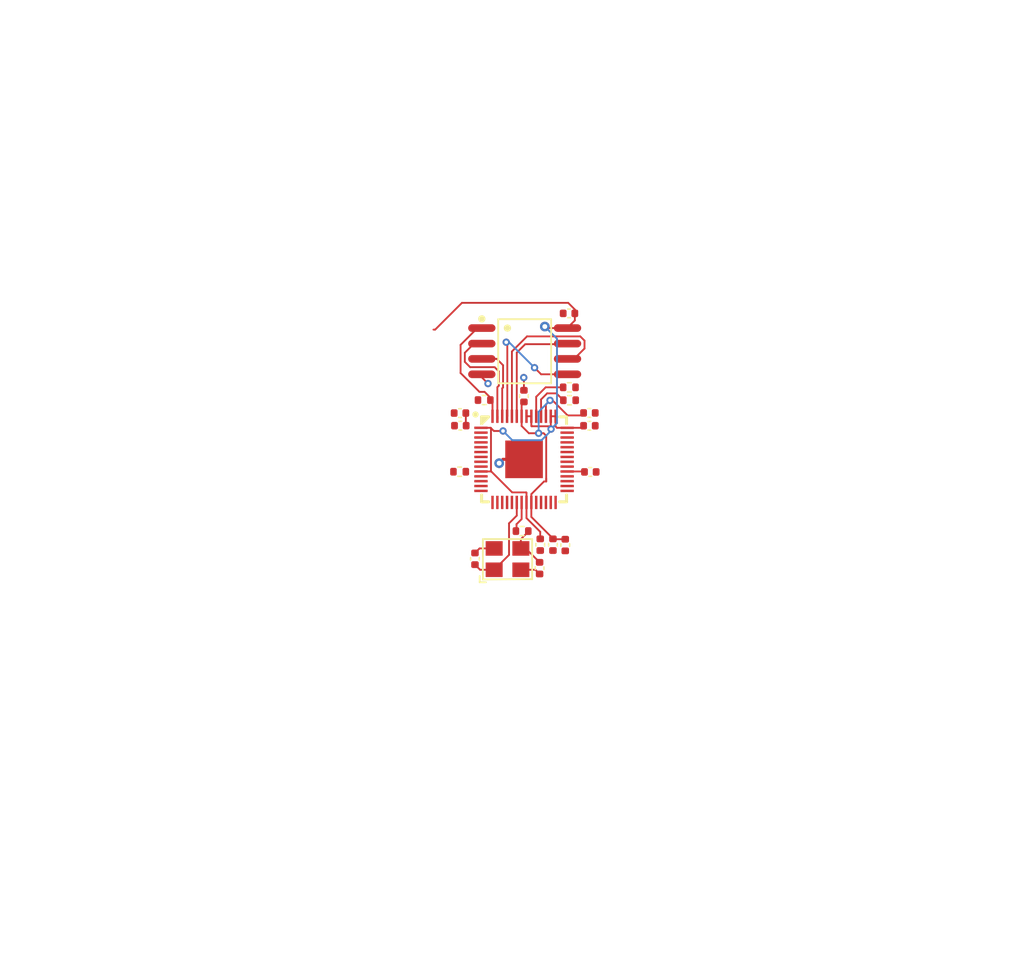
<source format=kicad_pcb>
(kicad_pcb (version 20240108) (generator "pcbnew") (generator_version "8.0")
  (layers (0 "F.Cu" signal) (31 "B.Cu" signal) (34 "B.Paste" user) (35 "F.Paste" user) (36 "B.SilkS" user "B.Silkscreen") (37 "F.SilkS" user "F.Silkscreen") (38 "B.Mask" user) (39 "F.Mask" user) (44 "Edge.Cuts" user))
  (net 0 "")
  (net 1 "cs")
  (net 2 "io1")
  (net 3 "io2")
  (net 4 "gnd")
  (net 5 "vcc")
  (net 6 "io3")
  (net 7 "sck")
  (net 8 "io0")
  (net 9 "xout")
  (net 10 "out")
  (net 11 "cs-1")
  (net 12 "dp")
  (net 13 "dm")
  (net 14 "tx")
  (net 15 "run")
  (net 16 "xin")
  (net 17 "gpio0")
  (net 18 "gpio1")
  (net 19 "gpio2")
  (net 20 "gpio3")
  (net 21 "rx")
  (net 22 "sda")
  (net 23 "gpio6")
  (net 24 "gpio7")
  (net 25 "miso")
  (net 26 "scl")
  (net 27 "sck-1")
  (net 28 "mosi")
  (net 29 "gpio12")
  (net 30 "gpio13")
  (net 31 "gpio14")
  (net 32 "gpio15")
  (net 33 "micro-vcc")
  (net 34 "swclk")
  (net 35 "swdio")
  (net 36 "gpio16")
  (net 37 "gpio17")
  (net 38 "gpio18")
  (net 39 "gpio19")
  (net 40 "gpio22")
  (net 41 "gpio23")
  (net 42 "gpio24")
  (net 43 "gpio25")
  (net 44 "gpio26_a0")
  (net 45 "gpio27_a1")
  (net 46 "gpio28_a2")
  (net 47 "gpio29_a3")
  (net 48 "usb_dp")
  (net 49 "usb_dm")
  (footprint "lib:R0402" (layer "F.Cu") (at 78.096119 113.963617)
    (property "Reference" "R4" (hide yes))
    (property "Value" "62.5mW Thick Film Resistors ±100ppm/℃ ±1% 27Ω 0402  Chip Resistor - Surface Mount ROHS")
    (fp_line (start -0.153641 -0.38) (end 0.153641 -0.38) (stroke (width 0.12)) (layer "F.SilkS"))
    (fp_line (start -0.153641 0.38) (end 0.153641 0.38) (stroke (width 0.12)) (layer "F.SilkS"))
    (pad "1" smd roundrect (at -0.51 0) (size 0.54 0.64) (layers "F.Cu" "F.Paste" "F.Mask") (net 48 "usb_dp"))
    (pad "2" smd roundrect (at 0.51 0) (size 0.54 0.64) (layers "F.Cu" "F.Paste" "F.Mask") (net 12 "dp"))
  )
  (footprint "lib:R0402" (layer "F.Cu") (at 71.080394 115.012652)
    (property "Reference" "R2" (hide yes))
    (property "Value" "62.5mW Thick Film Resistors ±100ppm/℃ ±1% 10kΩ 0402  Chip Resistor - Surface Mount ROHS")
    (fp_line (start -0.153641 -0.38) (end 0.153641 -0.38) (stroke (width 0.12)) (layer "F.SilkS"))
    (fp_line (start -0.153641 0.38) (end 0.153641 0.38) (stroke (width 0.12)) (layer "F.SilkS"))
    (pad "1" smd roundrect (at -0.51 0) (size 0.54 0.64) (layers "F.Cu" "F.Paste" "F.Mask") (net 5 "vcc"))
    (pad "2" smd roundrect (at 0.51 0) (size 0.54 0.64) (layers "F.Cu" "F.Paste" "F.Mask") (net 11 "cs-1"))
  )
  (footprint "lib:C0402" (layer "F.Cu") (at 69.087944 116.084464 180)
    (property "Reference" "C5" (hide yes))
    (property "Value" "16V 100nF X7R ±10% 0402  Multilayer Ceramic Capacitors MLCC - SMD/SMT ROHS")
    (fp_line (start -0.107836 0.36) (end 0.107836 0.36) (stroke (width 0.12)) (layer "F.SilkS"))
    (fp_line (start -0.107836 -0.36) (end 0.107836 -0.36) (stroke (width 0.12)) (layer "F.SilkS"))
    (pad "1" smd roundrect (at -0.48 0 180) (size 0.56 0.62) (layers "F.Cu" "F.Paste" "F.Mask") (net 5 "vcc"))
    (pad "2" smd roundrect (at 0.48 0 180) (size 0.56 0.62) (layers "F.Cu" "F.Paste" "F.Mask") (net 4 "gnd"))
  )
  (footprint "lib:C0402" (layer "F.Cu") (at 70.321768 128.096771 90)
    (property "Reference" "C1" (hide yes))
    (property "Value" "50V 20pF C0G ±5% 0402  Multilayer Ceramic Capacitors MLCC - SMD/SMT ROHS")
    (fp_line (start -0.107836 -0.36) (end 0.107836 -0.36) (stroke (width 0.12)) (layer "F.SilkS"))
    (fp_line (start -0.107836 0.36) (end 0.107836 0.36) (stroke (width 0.12)) (layer "F.SilkS"))
    (pad "1" smd roundrect (at -0.48 0 90) (size 0.56 0.62) (layers "F.Cu" "F.Paste" "F.Mask") (net 16 "xin"))
    (pad "2" smd roundrect (at 0.48 0 90) (size 0.56 0.62) (layers "F.Cu" "F.Paste" "F.Mask") (net 4 "gnd"))
  )
  (footprint "lib:C0402" (layer "F.Cu") (at 79.823626 120.935973)
    (property "Reference" "C7" (hide yes))
    (property "Value" "16V 100nF X7R ±10% 0402  Multilayer Ceramic Capacitors MLCC - SMD/SMT ROHS")
    (fp_line (start -0.107836 -0.36) (end 0.107836 -0.36) (stroke (width 0.12)) (layer "F.SilkS"))
    (fp_line (start -0.107836 0.36) (end 0.107836 0.36) (stroke (width 0.12)) (layer "F.SilkS"))
    (pad "1" smd roundrect (at -0.48 0) (size 0.56 0.62) (layers "F.Cu" "F.Paste" "F.Mask") (net 5 "vcc"))
    (pad "2" smd roundrect (at 0.48 0) (size 0.56 0.62) (layers "F.Cu" "F.Paste" "F.Mask") (net 4 "gnd"))
  )
  (footprint "lib:C0402" (layer "F.Cu") (at 76.745239 126.934559 -90)
    (property "Reference" "C11" (hide yes))
    (property "Value" "16V 100nF X7R ±10% 0402  Multilayer Ceramic Capacitors MLCC - SMD/SMT ROHS")
    (fp_line (start -0.107836 0.36) (end 0.107836 0.36) (stroke (width 0.12)) (layer "F.SilkS"))
    (fp_line (start -0.107836 -0.36) (end 0.107836 -0.36) (stroke (width 0.12)) (layer "F.SilkS"))
    (pad "1" smd roundrect (at -0.48 0 270) (size 0.56 0.62) (layers "F.Cu" "F.Paste" "F.Mask") (net 33 "micro-vcc"))
    (pad "2" smd roundrect (at 0.48 0 270) (size 0.56 0.62) (layers "F.Cu" "F.Paste" "F.Mask") (net 4 "gnd"))
  )
  (footprint "lib:C0402" (layer "F.Cu") (at 79.748019 116.072924)
    (property "Reference" "C10" (hide yes))
    (property "Value" "16V 100nF X7R ±10% 0402  Multilayer Ceramic Capacitors MLCC - SMD/SMT ROHS")
    (fp_line (start -0.107836 -0.36) (end 0.107836 -0.36) (stroke (width 0.12)) (layer "F.SilkS"))
    (fp_line (start -0.107836 0.36) (end 0.107836 0.36) (stroke (width 0.12)) (layer "F.SilkS"))
    (pad "1" smd roundrect (at -0.48 0) (size 0.56 0.62) (layers "F.Cu" "F.Paste" "F.Mask") (net 33 "micro-vcc"))
    (pad "2" smd roundrect (at 0.48 0) (size 0.56 0.62) (layers "F.Cu" "F.Paste" "F.Mask") (net 4 "gnd"))
  )
  (footprint "lib:C0402" (layer "F.Cu") (at 74.354692 114.6885 90)
    (property "Reference" "C9" (hide yes))
    (property "Value" "16V 100nF X7R ±10% 0402  Multilayer Ceramic Capacitors MLCC - SMD/SMT ROHS")
    (fp_line (start -0.107836 -0.36) (end 0.107836 -0.36) (stroke (width 0.12)) (layer "F.SilkS"))
    (fp_line (start -0.107836 0.36) (end 0.107836 0.36) (stroke (width 0.12)) (layer "F.SilkS"))
    (pad "1" smd roundrect (at -0.48 0 90) (size 0.56 0.62) (layers "F.Cu" "F.Paste" "F.Mask") (net 33 "micro-vcc"))
    (pad "2" smd roundrect (at 0.48 0 90) (size 0.56 0.62) (layers "F.Cu" "F.Paste" "F.Mask") (net 4 "gnd"))
  )
  (footprint "lib:C0402" (layer "F.Cu") (at 77.759443 126.962994 -90)
    (property "Reference" "C12" (hide yes))
    (property "Value" "25V 1uF X5R ±10% 0402  Multilayer Ceramic Capacitors MLCC - SMD/SMT ROHS")
    (fp_line (start -0.107836 0.36) (end 0.107836 0.36) (stroke (width 0.12)) (layer "F.SilkS"))
    (fp_line (start -0.107836 -0.36) (end 0.107836 -0.36) (stroke (width 0.12)) (layer "F.SilkS"))
    (pad "1" smd roundrect (at -0.48 0 270) (size 0.56 0.62) (layers "F.Cu" "F.Paste" "F.Mask") (net 33 "micro-vcc"))
    (pad "2" smd roundrect (at 0.48 0 270) (size 0.56 0.62) (layers "F.Cu" "F.Paste" "F.Mask") (net 4 "gnd"))
  )
  (footprint "lib:C0402" (layer "F.Cu") (at 75.645889 128.8667 -90)
    (property "Reference" "C2" (hide yes))
    (property "Value" "50V 20pF C0G ±5% 0402  Multilayer Ceramic Capacitors MLCC - SMD/SMT ROHS")
    (fp_line (start -0.107836 0.36) (end 0.107836 0.36) (stroke (width 0.12)) (layer "F.SilkS"))
    (fp_line (start -0.107836 -0.36) (end 0.107836 -0.36) (stroke (width 0.12)) (layer "F.SilkS"))
    (pad "1" smd roundrect (at -0.48 0 270) (size 0.56 0.62) (layers "F.Cu" "F.Paste" "F.Mask") (net 10 "out"))
    (pad "2" smd roundrect (at 0.48 0 270) (size 0.56 0.62) (layers "F.Cu" "F.Paste" "F.Mask") (net 4 "gnd"))
  )
  (footprint "lib:R0402" (layer "F.Cu") (at 78.109075 115.026072 180)
    (property "Reference" "R5" (hide yes))
    (property "Value" "62.5mW Thick Film Resistors ±100ppm/℃ ±1% 27Ω 0402  Chip Resistor - Surface Mount ROHS")
    (fp_line (start -0.153641 0.38) (end 0.153641 0.38) (stroke (width 0.12)) (layer "F.SilkS"))
    (fp_line (start -0.153641 -0.38) (end 0.153641 -0.38) (stroke (width 0.12)) (layer "F.SilkS"))
    (pad "1" smd roundrect (at -0.51 0 180) (size 0.54 0.64) (layers "F.Cu" "F.Paste" "F.Mask") (net 13 "dm"))
    (pad "2" smd roundrect (at 0.51 0 180) (size 0.54 0.64) (layers "F.Cu" "F.Paste" "F.Mask") (net 49 "usb_dm"))
  )
  (footprint "lib:OSC-SMD_4P-L3.2-W2.5-BL" (layer "F.Cu") (at 73.002824 128.12)
    (property "Reference" "U2" (hide yes))
    (property "Value" "")
    (fp_line (start -2.29 1.4) (end -2.29 1.91) (stroke (width 0.15)) (layer "F.SilkS"))
    (fp_line (start -2.29 1.91) (end -1.78 1.91) (stroke (width 0.15)) (layer "F.SilkS"))
    (fp_line (start -2.03 -1.65) (end 2.03 -1.65) (stroke (width 0.15)) (layer "F.SilkS"))
    (fp_line (start -2.03 1.68) (end -2.03 -1.65) (stroke (width 0.15)) (layer "F.SilkS"))
    (fp_line (start 2.03 -1.65) (end 2.03 0) (stroke (width 0.15)) (layer "F.SilkS"))
    (fp_line (start 2.03 0) (end 2.03 1.65) (stroke (width 0.15)) (layer "F.SilkS"))
    (fp_line (start 2.03 1.65) (end -2.03 1.68) (stroke (width 0.15)) (layer "F.SilkS"))
    (fp_line (start 2.03 1.65) (end 2.03 1.65) (stroke (width 0.15)) (layer "F.SilkS"))
    (pad "1" smd rect (at -1.1 0.88) (size 1.4 1.2) (layers "F.Cu" "F.Paste" "F.Mask") (net 16 "xin"))
    (pad "2" smd rect (at 1.1 0.88) (size 1.4 1.2) (layers "F.Cu" "F.Paste" "F.Mask") (net 4 "gnd"))
    (pad "3" smd rect (at 1.1 -0.88) (size 1.4 1.2) (layers "F.Cu" "F.Paste" "F.Mask") (net 10 "out"))
    (pad "4" smd rect (at -1.1 -0.88) (size 1.4 1.2) (layers "F.Cu" "F.Paste" "F.Mask") (net 4 "gnd"))
  )
  (footprint "lib:C0402" (layer "F.Cu") (at 78.068231 107.867973 180)
    (property "Reference" "C8" (hide yes))
    (property "Value" "25V 1uF X5R ±10% 0402  Multilayer Ceramic Capacitors MLCC - SMD/SMT ROHS")
    (fp_line (start -0.107836 0.36) (end 0.107836 0.36) (stroke (width 0.12)) (layer "F.SilkS"))
    (fp_line (start -0.107836 -0.36) (end 0.107836 -0.36) (stroke (width 0.12)) (layer "F.SilkS"))
    (pad "1" smd roundrect (at -0.48 0 180) (size 0.56 0.62) (layers "F.Cu" "F.Paste" "F.Mask") (net 5 "vcc"))
    (pad "2" smd roundrect (at 0.48 0 180) (size 0.56 0.62) (layers "F.Cu" "F.Paste" "F.Mask") (net 4 "gnd"))
  )
  (footprint "lib:R0402" (layer "F.Cu") (at 74.204851 125.811813)
    (property "Reference" "R3" (hide yes))
    (property "Value" "62.5mW Thick Film Resistors ±100ppm/℃ ±1% 1kΩ 0402  Chip Resistor - Surface Mount ROHS")
    (fp_line (start -0.153641 -0.38) (end 0.153641 -0.38) (stroke (width 0.12)) (layer "F.SilkS"))
    (fp_line (start -0.153641 0.38) (end 0.153641 0.38) (stroke (width 0.12)) (layer "F.SilkS"))
    (pad "1" smd roundrect (at -0.51 0) (size 0.54 0.64) (layers "F.Cu" "F.Paste" "F.Mask") (net 9 "xout"))
    (pad "2" smd roundrect (at 0.51 0) (size 0.54 0.64) (layers "F.Cu" "F.Paste" "F.Mask") (net 10 "out"))
  )
  (footprint "lib:C0402" (layer "F.Cu") (at 75.698284 126.934559 -90)
    (property "Reference" "C3" (hide yes))
    (property "Value" "16V 100nF X7R ±10% 0402  Multilayer Ceramic Capacitors MLCC - SMD/SMT ROHS")
    (fp_line (start -0.107836 0.36) (end 0.107836 0.36) (stroke (width 0.12)) (layer "F.SilkS"))
    (fp_line (start -0.107836 -0.36) (end 0.107836 -0.36) (stroke (width 0.12)) (layer "F.SilkS"))
    (pad "1" smd roundrect (at -0.48 0 270) (size 0.56 0.62) (layers "F.Cu" "F.Paste" "F.Mask") (net 5 "vcc"))
    (pad "2" smd roundrect (at 0.48 0 270) (size 0.56 0.62) (layers "F.Cu" "F.Paste" "F.Mask") (net 4 "gnd"))
  )
  (footprint "lib:LQFN-56_L7.0-W7.0-P0.4-EP" (layer "F.Cu") (at 74.36579 119.898441)
    (property "Reference" "U1" (hide yes))
    (property "Value" "")
    (fp_line (start -3.5 -3.5) (end -2.93 -3.5) (stroke (width 0.25)) (layer "F.SilkS"))
    (fp_line (start -3.5 -2.93) (end -3.5 -3.5) (stroke (width 0.25)) (layer "F.SilkS"))
    (fp_line (start -3.5 -2.93) (end -2.93 -3.5) (stroke (width 0.25)) (layer "F.SilkS"))
    (fp_line (start -3.5 3.5) (end -3.5 2.93) (stroke (width 0.25)) (layer "F.SilkS"))
    (fp_line (start -3.4 3.5) (end -3.5 3.5) (stroke (width 0.25)) (layer "F.SilkS"))
    (fp_line (start -3.24 -3.5) (end -3.24 -3.4) (stroke (width 0.25)) (layer "F.SilkS"))
    (fp_line (start -3.24 -3.4) (end -3.5 -3.14) (stroke (width 0.25)) (layer "F.SilkS"))
    (fp_line (start -2.93 3.5) (end -3.4 3.5) (stroke (width 0.25)) (layer "F.SilkS"))
    (fp_line (start 2.93 -3.5) (end 3.5 -3.5) (stroke (width 0.25)) (layer "F.SilkS"))
    (fp_line (start 3.5 -3.5) (end 3.5 -2.93) (stroke (width 0.25)) (layer "F.SilkS"))
    (fp_line (start 3.5 2.93) (end 3.5 3.5) (stroke (width 0.25)) (layer "F.SilkS"))
    (fp_line (start 3.5 3.5) (end 2.93 3.5) (stroke (width 0.25)) (layer "F.SilkS"))
    (fp_circle (center -4 -3.7) (end -3.87 -3.7) (stroke (width 0.25)) (fill none) (layer "F.SilkS"))
    (pad "1" smd rect (at -3.55 -2.6) (size 1.1 0.2) (layers "F.Cu" "F.Paste" "F.Mask") (net 5 "vcc"))
    (pad "2" smd rect (at -3.55 -2.2) (size 1.1 0.2) (layers "F.Cu" "F.Paste" "F.Mask") (net 17 "gpio0"))
    (pad "3" smd rect (at -3.55 -1.8) (size 1.1 0.2) (layers "F.Cu" "F.Paste" "F.Mask") (net 18 "gpio1"))
    (pad "4" smd rect (at -3.55 -1.4) (size 1.1 0.2) (layers "F.Cu" "F.Paste" "F.Mask") (net 19 "gpio2"))
    (pad "5" smd rect (at -3.55 -1) (size 1.1 0.2) (layers "F.Cu" "F.Paste" "F.Mask") (net 20 "gpio3"))
    (pad "6" smd rect (at -3.55 -0.6) (size 1.1 0.2) (layers "F.Cu" "F.Paste" "F.Mask") (net 14 "tx"))
    (pad "7" smd rect (at -3.55 -0.2) (size 1.1 0.2) (layers "F.Cu" "F.Paste" "F.Mask") (net 21 "rx"))
    (pad "8" smd rect (at -3.55 0.2) (size 1.1 0.2) (layers "F.Cu" "F.Paste" "F.Mask") (net 23 "gpio6"))
    (pad "9" smd rect (at -3.55 0.6) (size 1.1 0.2) (layers "F.Cu" "F.Paste" "F.Mask") (net 24 "gpio7"))
    (pad "10" smd rect (at -3.55 1) (size 1.1 0.2) (layers "F.Cu" "F.Paste" "F.Mask") (net 5 "vcc"))
    (pad "11" smd rect (at -3.55 1.4) (size 1.1 0.2) (layers "F.Cu" "F.Paste" "F.Mask") (net 25 "miso"))
    (pad "12" smd rect (at -3.55 1.8) (size 1.1 0.2) (layers "F.Cu" "F.Paste" "F.Mask") (net 1 "cs"))
    (pad "13" smd rect (at -3.55 2.2) (size 1.1 0.2) (layers "F.Cu" "F.Paste" "F.Mask") (net 7 "sck"))
    (pad "14" smd rect (at -3.55 2.6) (size 1.1 0.2) (layers "F.Cu" "F.Paste" "F.Mask") (net 28 "mosi"))
    (pad "15" smd rect (at -2.6 3.55 90) (size 1.1 0.2) (layers "F.Cu" "F.Paste" "F.Mask") (net 29 "gpio12"))
    (pad "16" smd rect (at -2.2 3.55 90) (size 1.1 0.2) (layers "F.Cu" "F.Paste" "F.Mask") (net 30 "gpio13"))
    (pad "17" smd rect (at -1.8 3.55 90) (size 1.1 0.2) (layers "F.Cu" "F.Paste" "F.Mask") (net 31 "gpio14"))
    (pad "18" smd rect (at -1.4 3.55 90) (size 1.1 0.2) (layers "F.Cu" "F.Paste" "F.Mask") (net 32 "gpio15"))
    (pad "19" smd rect (at -1 3.55 90) (size 1.1 0.2) (layers "F.Cu" "F.Paste" "F.Mask") (net 4 "gnd"))
    (pad "20" smd rect (at -0.6 3.55 90) (size 1.1 0.2) (layers "F.Cu" "F.Paste" "F.Mask") (net 16 "xin"))
    (pad "21" smd rect (at -0.2 3.55 90) (size 1.1 0.2) (layers "F.Cu" "F.Paste" "F.Mask") (net 9 "xout"))
    (pad "22" smd rect (at 0.2 3.55 90) (size 1.1 0.2) (layers "F.Cu" "F.Paste" "F.Mask") (net 5 "vcc"))
    (pad "23" smd rect (at 0.6 3.55 90) (size 1.1 0.2) (layers "F.Cu" "F.Paste" "F.Mask") (net 33 "micro-vcc"))
    (pad "24" smd rect (at 1 3.55 90) (size 1.1 0.2) (layers "F.Cu" "F.Paste" "F.Mask") (net 34 "swclk"))
    (pad "25" smd rect (at 1.4 3.55 90) (size 1.1 0.2) (layers "F.Cu" "F.Paste" "F.Mask") (net 35 "swdio"))
    (pad "26" smd rect (at 1.8 3.55 90) (size 1.1 0.2) (layers "F.Cu" "F.Paste" "F.Mask") (net 15 "run"))
    (pad "27" smd rect (at 2.2 3.55 90) (size 1.1 0.2) (layers "F.Cu" "F.Paste" "F.Mask") (net 36 "gpio16"))
    (pad "28" smd rect (at 2.6 3.55 90) (size 1.1 0.2) (layers "F.Cu" "F.Paste" "F.Mask") (net 37 "gpio17"))
    (pad "29" smd rect (at 3.55 2.6 180) (size 1.1 0.2) (layers "F.Cu" "F.Paste" "F.Mask") (net 38 "gpio18"))
    (pad "30" smd rect (at 3.55 2.2 180) (size 1.1 0.2) (layers "F.Cu" "F.Paste" "F.Mask") (net 39 "gpio19"))
    (pad "31" smd rect (at 3.55 1.8 180) (size 1.1 0.2) (layers "F.Cu" "F.Paste" "F.Mask") (net 22 "sda"))
    (pad "32" smd rect (at 3.55 1.4 180) (size 1.1 0.2) (layers "F.Cu" "F.Paste" "F.Mask") (net 26 "scl"))
    (pad "33" smd rect (at 3.55 1 180) (size 1.1 0.2) (layers "F.Cu" "F.Paste" "F.Mask") (net 5 "vcc"))
    (pad "34" smd rect (at 3.55 0.6 180) (size 1.1 0.2) (layers "F.Cu" "F.Paste" "F.Mask") (net 40 "gpio22"))
    (pad "35" smd rect (at 3.55 0.2 180) (size 1.1 0.2) (layers "F.Cu" "F.Paste" "F.Mask") (net 41 "gpio23"))
    (pad "36" smd rect (at 3.55 -0.2 180) (size 1.1 0.2) (layers "F.Cu" "F.Paste" "F.Mask") (net 42 "gpio24"))
    (pad "37" smd rect (at 3.55 -0.6 180) (size 1.1 0.2) (layers "F.Cu" "F.Paste" "F.Mask") (net 43 "gpio25"))
    (pad "38" smd rect (at 3.55 -1 180) (size 1.1 0.2) (layers "F.Cu" "F.Paste" "F.Mask") (net 44 "gpio26_a0"))
    (pad "39" smd rect (at 3.55 -1.4 180) (size 1.1 0.2) (layers "F.Cu" "F.Paste" "F.Mask") (net 45 "gpio27_a1"))
    (pad "40" smd rect (at 3.55 -1.8 180) (size 1.1 0.2) (layers "F.Cu" "F.Paste" "F.Mask") (net 46 "gpio28_a2"))
    (pad "41" smd rect (at 3.55 -2.2 180) (size 1.1 0.2) (layers "F.Cu" "F.Paste" "F.Mask") (net 47 "gpio29_a3"))
    (pad "42" smd rect (at 3.55 -2.6 180) (size 1.1 0.2) (layers "F.Cu" "F.Paste" "F.Mask") (net 5 "vcc"))
    (pad "43" smd rect (at 2.6 -3.55 270) (size 1.1 0.2) (layers "F.Cu" "F.Paste" "F.Mask") (net 5 "vcc"))
    (pad "44" smd rect (at 2.2 -3.55 270) (size 1.1 0.2) (layers "F.Cu" "F.Paste" "F.Mask") (net 5 "vcc"))
    (pad "45" smd rect (at 1.8 -3.55 270) (size 1.1 0.2) (layers "F.Cu" "F.Paste" "F.Mask") (net 33 "micro-vcc"))
    (pad "46" smd rect (at 1.4 -3.55 270) (size 1.1 0.2) (layers "F.Cu" "F.Paste" "F.Mask") (net 49 "usb_dm"))
    (pad "47" smd rect (at 1 -3.55 270) (size 1.1 0.2) (layers "F.Cu" "F.Paste" "F.Mask") (net 48 "usb_dp"))
    (pad "48" smd rect (at 0.6 -3.55 270) (size 1.1 0.2) (layers "F.Cu" "F.Paste" "F.Mask") (net 5 "vcc"))
    (pad "49" smd rect (at 0.2 -3.55 270) (size 1.1 0.2) (layers "F.Cu" "F.Paste" "F.Mask") (net 5 "vcc"))
    (pad "50" smd rect (at -0.2 -3.55 270) (size 1.1 0.2) (layers "F.Cu" "F.Paste" "F.Mask") (net 33 "micro-vcc"))
    (pad "51" smd rect (at -0.6 -3.55 270) (size 1.1 0.2) (layers "F.Cu" "F.Paste" "F.Mask") (net 6 "io3"))
    (pad "52" smd rect (at -1 -3.55 270) (size 1.1 0.2) (layers "F.Cu" "F.Paste" "F.Mask") (net 27 "sck-1"))
    (pad "53" smd rect (at -1.4 -3.55 270) (size 1.1 0.2) (layers "F.Cu" "F.Paste" "F.Mask") (net 8 "io0"))
    (pad "54" smd rect (at -1.8 -3.55 270) (size 1.1 0.2) (layers "F.Cu" "F.Paste" "F.Mask") (net 3 "io2"))
    (pad "55" smd rect (at -2.2 -3.55 270) (size 1.1 0.2) (layers "F.Cu" "F.Paste" "F.Mask") (net 2 "io1"))
    (pad "56" smd rect (at -2.6 -3.55 270) (size 1.1 0.2) (layers "F.Cu" "F.Paste" "F.Mask") (net 11 "cs-1"))
    (pad "57" smd rect (at 0 0) (size 3.1 3.1) (layers "F.Cu" "F.Paste" "F.Mask") (net 4 "gnd"))
  )
  (footprint "lib:R0402" (layer "F.Cu") (at 69.058759 120.917569 180)
    (property "Reference" "R1" (hide yes))
    (property "Value" "62.5mW Thick Film Resistors ±100ppm/℃ ±1% 10kΩ 0402  Chip Resistor - Surface Mount ROHS")
    (fp_line (start -0.153641 0.38) (end 0.153641 0.38) (stroke (width 0.12)) (layer "F.SilkS"))
    (fp_line (start -0.153641 -0.38) (end 0.153641 -0.38) (stroke (width 0.12)) (layer "F.SilkS"))
    (pad "1" smd roundrect (at -0.51 0 180) (size 0.54 0.64) (layers "F.Cu" "F.Paste" "F.Mask") (net 5 "vcc"))
    (pad "2" smd roundrect (at 0.51 0 180) (size 0.54 0.64) (layers "F.Cu" "F.Paste" "F.Mask") (net 15 "run"))
  )
  (footprint "lib:C0402" (layer "F.Cu") (at 69.11598 117.12319 180)
    (property "Reference" "C6" (hide yes))
    (property "Value" "16V 100nF X7R ±10% 0402  Multilayer Ceramic Capacitors MLCC - SMD/SMT ROHS")
    (fp_line (start -0.107836 0.36) (end 0.107836 0.36) (stroke (width 0.12)) (layer "F.SilkS"))
    (fp_line (start -0.107836 -0.36) (end 0.107836 -0.36) (stroke (width 0.12)) (layer "F.SilkS"))
    (pad "1" smd roundrect (at -0.48 0 180) (size 0.56 0.62) (layers "F.Cu" "F.Paste" "F.Mask") (net 5 "vcc"))
    (pad "2" smd roundrect (at 0.48 0 180) (size 0.56 0.62) (layers "F.Cu" "F.Paste" "F.Mask") (net 4 "gnd"))
  )
  (footprint "lib:C0402" (layer "F.Cu") (at 79.748019 117.129664)
    (property "Reference" "C4" (hide yes))
    (property "Value" "16V 100nF X7R ±10% 0402  Multilayer Ceramic Capacitors MLCC - SMD/SMT ROHS")
    (fp_line (start -0.107836 -0.36) (end 0.107836 -0.36) (stroke (width 0.12)) (layer "F.SilkS"))
    (fp_line (start -0.107836 0.36) (end 0.107836 0.36) (stroke (width 0.12)) (layer "F.SilkS"))
    (pad "1" smd roundrect (at -0.48 0) (size 0.56 0.62) (layers "F.Cu" "F.Paste" "F.Mask") (net 5 "vcc"))
    (pad "2" smd roundrect (at 0.48 0) (size 0.56 0.62) (layers "F.Cu" "F.Paste" "F.Mask") (net 4 "gnd"))
  )
  (footprint "lib:SOIC-8_L5.3-W5.3-P1.27-LS8.0-BL" (layer "F.Cu") (at 74.416104 110.989513 -90)
    (property "Reference" "U3" (hide yes))
    (property "Value" "")
    (fp_line (start -2.64 2.18) (end -2.64 -2.18) (stroke (width 0.15)) (layer "F.SilkS"))
    (fp_line (start 2.64 2.18) (end -2.64 2.18) (stroke (width 0.15)) (layer "F.SilkS"))
    (fp_line (start -2.64 -2.18) (end 2.64 -2.18) (stroke (width 0.15)) (layer "F.SilkS"))
    (fp_line (start 2.64 -2.18) (end 2.64 2.18) (stroke (width 0.15)) (layer "F.SilkS"))
    (fp_circle (center -2.67 3.53) (end -2.52 3.53) (stroke (width 0.3)) (fill none) (layer "F.SilkS"))
    (fp_circle (center -1.91 1.42) (end -1.76 1.42) (stroke (width 0.3)) (fill none) (layer "F.SilkS"))
    (pad "1" smd oval (at -1.91 3.53 270) (size 0.63 2.25) (layers "F.Cu" "F.Paste" "F.Mask") (net 11 "cs-1"))
    (pad "2" smd oval (at -0.63 3.53 270) (size 0.63 2.25) (layers "F.Cu" "F.Paste" "F.Mask") (net 2 "io1"))
    (pad "3" smd oval (at 0.63 3.53 270) (size 0.63 2.25) (layers "F.Cu" "F.Paste" "F.Mask") (net 3 "io2"))
    (pad "4" smd oval (at 1.9 3.53 270) (size 0.63 2.25) (layers "F.Cu" "F.Paste" "F.Mask") (net 4 "gnd"))
    (pad "5" smd oval (at 1.9 -3.53 270) (size 0.63 2.25) (layers "F.Cu" "F.Paste" "F.Mask") (net 8 "io0"))
    (pad "6" smd oval (at 0.63 -3.53 270) (size 0.63 2.25) (layers "F.Cu" "F.Paste" "F.Mask") (net 27 "sck-1"))
    (pad "7" smd oval (at -0.63 -3.53 270) (size 0.63 2.25) (layers "F.Cu" "F.Paste" "F.Mask") (net 6 "io3"))
    (pad "8" smd oval (at -1.91 -3.53 270) (size 0.63 2.25) (layers "F.Cu" "F.Paste" "F.Mask") (net 5 "vcc"))
  )
  (segment (start 69.486104 111.114513) (end 69.486104 111.863899) (width 0.15) (layer "F.Cu") (net 2))
  (segment (start 72.16579 113.953253) (end 72.16579 116.348441) (width 0.15) (layer "F.Cu") (net 2))
  (segment (start 69.486104 111.863899) (end 69.921718 112.299513) (width 0.15) (layer "F.Cu") (net 2))
  (segment (start 70.241104 110.359513) (end 69.486104 111.114513) (width 0.15) (layer "F.Cu") (net 2))
  (segment (start 71.94049 112.299513) (end 72.286104 112.645127) (width 0.15) (layer "F.Cu") (net 2))
  (segment (start 72.16579 116.348441) (end 72.19079 116.373441) (width 0.15) (layer "F.Cu") (net 2))
  (segment (start 70.886104 110.359513) (end 70.241104 110.359513) (width 0.15) (layer "F.Cu") (net 2))
  (segment (start 72.286104 112.645127) (end 72.286104 113.832939) (width 0.15) (layer "F.Cu") (net 2))
  (segment (start 69.921718 112.299513) (end 71.94049 112.299513) (width 0.15) (layer "F.Cu") (net 2))
  (segment (start 72.286104 113.832939) (end 72.16579 113.953253) (width 0.15) (layer "F.Cu") (net 2))
  (segment (start 72.19079 116.373441) (end 72.19079 116.573441) (width 0.15) (layer "F.Cu") (net 2))
  (segment (start 72.636104 112.140307) (end 72.636104 113.977914) (width 0.15) (layer "F.Cu") (net 3))
  (segment (start 70.886104 111.619513) (end 72.11531 111.619513) (width 0.15) (layer "F.Cu") (net 3))
  (segment (start 72.56579 114.048228) (end 72.56579 116.348441) (width 0.15) (layer "F.Cu") (net 3))
  (segment (start 72.636104 113.977914) (end 72.56579 114.048228) (width 0.15) (layer "F.Cu") (net 3))
  (segment (start 72.11531 111.619513) (end 72.636104 112.140307) (width 0.15) (layer "F.Cu") (net 3))
  (segment (start 71.902824 127.24) (end 70.698539 127.24) (width 0.15) (layer "F.Cu") (net 4))
  (segment (start 74.36579 119.898441) (end 72.63421 119.898441) (width 0.25) (layer "F.Cu") (net 4))
  (segment (start 70.886104 113.141912) (end 71.39599 113.651798) (width 0.15) (layer "F.Cu") (net 4))
  (segment (start 75.645889 129.3467) (end 75.299189 129) (width 0.15) (layer "F.Cu") (net 4))
  (segment (start 70.886104 112.889513) (end 70.886104 113.141912) (width 0.15) (layer "F.Cu") (net 4))
  (segment (start 75.299189 129) (end 74.102824 129) (width 0.15) (layer "F.Cu") (net 4))
  (segment (start 72.63421 119.898441) (end 72.31529 120.217361) (width 0.25) (layer "F.Cu") (net 4))
  (segment (start 74.354692 113.173735) (end 74.354692 114.2085) (width 0.15) (layer "F.Cu") (net 4))
  (segment (start 70.698539 127.24) (end 70.321768 127.616771) (width 0.15) (layer "F.Cu") (net 4))
  (segment (start 74.34029 113.159333) (end 74.354692 113.173735) (width 0.15) (layer "F.Cu") (net 4))
  (via (at 71.39599 113.651798) (size 0.6) (drill 0.3) (layers "F.Cu" "B.Cu") (net 4))
  (via (at 72.31529 120.217361) (size 0.8) (drill 0.4) (layers "F.Cu" "B.Cu") (net 4))
  (via (at 74.34029 113.159333) (size 0.6) (drill 0.3) (layers "F.Cu" "B.Cu") (net 4))
  (segment (start 77.946104 109.079513) (end 77.946104 109.053896) (width 0.15) (layer "F.Cu") (net 5))
  (segment (start 77.91579 120.898441) (end 79.306094 120.898441) (width 0.15) (layer "F.Cu") (net 5))
  (segment (start 75.698284 125.872618) (end 75.698284 126.454559) (width 0.15) (layer "F.Cu") (net 5))
  (segment (start 71.64079 120.873441) (end 73.39079 122.623441) (width 0.15) (layer "F.Cu") (net 5))
  (segment (start 71.61579 117.298441) (end 71.64079 117.323441) (width 0.15) (layer "F.Cu") (net 5))
  (segment (start 79.306094 120.898441) (end 79.343626 120.935973) (width 0.15) (layer "F.Cu") (net 5))
  (segment (start 79.268689 117.298441) (end 77.91579 117.298441) (width 0.15) (layer "F.Cu") (net 5))
  (segment (start 69.567944 116.084464) (end 69.567944 117.095154) (width 0.15) (layer "F.Cu") (net 5))
  (segment (start 78 107) (end 69.25 107) (width 0.15) (layer "F.Cu") (net 5))
  (segment (start 77.070845 117.298441) (end 77.91579 117.298441) (width 0.15) (layer "F.Cu") (net 5))
  (segment (start 78.548231 107.548231) (end 78 107) (width 0.15) (layer "F.Cu") (net 5))
  (segment (start 71.64079 120.873441) (end 71.61579 120.898441) (width 0.15) (layer "F.Cu") (net 5))
  (segment (start 69.567944 117.095154) (end 69.59598 117.12319) (width 0.15) (layer "F.Cu") (net 5))
  (segment (start 76.201862 109.079513) (end 76.07579 108.953441) (width 0.15) (layer "F.Cu") (net 5))
  (segment (start 67.043389 109.206611) (end 66.902824 109.206611) (width 0.15) (layer "F.Cu") (net 5))
  (segment (start 77.946104 109.053896) (end 78.548231 108.451769) (width 0.15) (layer "F.Cu") (net 5))
  (segment (start 74.56579 124.740124) (end 75.698284 125.872618) (width 0.15) (layer "F.Cu") (net 5))
  (segment (start 71.61579 120.898441) (end 70.81579 120.898441) (width 0.15) (layer "F.Cu") (net 5))
  (segment (start 74.54079 122.623441) (end 74.56579 122.648441) (width 0.15) (layer "F.Cu") (net 5))
  (segment (start 77.946104 109.079513) (end 76.201862 109.079513) (width 0.15) (layer "F.Cu") (net 5))
  (segment (start 76.56579 117.148441) (end 76.56579 116.348441) (width 0.15) (layer "F.Cu") (net 5))
  (segment (start 74.96579 116.348441) (end 74.96579 117.148441) (width 0.15) (layer "F.Cu") (net 5))
  (segment (start 78.548231 107.867973) (end 78.548231 107.548231) (width 0.15) (layer "F.Cu") (net 5))
  (segment (start 73.39079 122.623441) (end 74.54079 122.623441) (width 0.15) (layer "F.Cu") (net 5))
  (segment (start 74.96579 117.148441) (end 74.99079 117.123441) (width 0.15) (layer "F.Cu") (net 5))
  (segment (start 76.96579 116.348441) (end 76.96579 117.193386) (width 0.15) (layer "F.Cu") (net 5))
  (segment (start 71.64079 117.323441) (end 71.64079 120.873441) (width 0.15) (layer "F.Cu") (net 5))
  (segment (start 69.25 107) (end 67.043389 109.206611) (width 0.15) (layer "F.Cu") (net 5))
  (segment (start 76.96579 116.348441) (end 76.56579 116.348441) (width 0.15) (layer "F.Cu") (net 5))
  (segment (start 74.99079 117.123441) (end 74.99079 117.173441) (width 0.15) (layer "F.Cu") (net 5))
  (segment (start 76.54079 117.173441) (end 76.56579 117.148441) (width 0.15) (layer "F.Cu") (net 5))
  (segment (start 76.96579 117.193386) (end 77.070845 117.298441) (width 0.15) (layer "F.Cu") (net 5))
  (segment (start 78.548231 108.451769) (end 78.548231 107.867973) (width 0.15) (layer "F.Cu") (net 5))
  (segment (start 71.878472 117.561123) (end 72.633582 117.561123) (width 0.15) (layer "F.Cu") (net 5))
  (segment (start 74.56579 116.348441) (end 74.96579 116.348441) (width 0.15) (layer "F.Cu") (net 5))
  (segment (start 74.56579 123.448441) (end 74.56579 124.740124) (width 0.15) (layer "F.Cu") (net 5))
  (segment (start 74.56579 122.648441) (end 74.56579 123.448441) (width 0.15) (layer "F.Cu") (net 5))
  (segment (start 74.99079 117.173441) (end 76.54079 117.173441) (width 0.15) (layer "F.Cu") (net 5))
  (segment (start 71.64079 117.323441) (end 71.878472 117.561123) (width 0.15) (layer "F.Cu") (net 5))
  (segment (start 70.81579 117.298441) (end 71.61579 117.298441) (width 0.15) (layer "F.Cu") (net 5))
  (segment (start 79.295502 117.325254) (end 79.268689 117.298441) (width 0.15) (layer "F.Cu") (net 5))
  (via (at 76.07579 108.953441) (size 0.8) (drill 0.4) (layers "F.Cu" "B.Cu") (net 5))
  (via (at 72.633582 117.561123) (size 0.6) (drill 0.3) (layers "F.Cu" "B.Cu") (net 5))
  (via (at 76.589239 117.403001) (size 0.6) (drill 0.3) (layers "F.Cu" "B.Cu") (net 5))
  (segment (start 77.078314 116.913926) (end 76.589239 117.403001) (width 0.15) (layer "B.Cu") (net 5))
  (segment (start 76.589239 117.538687) (end 75.804985 118.322941) (width 0.15) (layer "B.Cu") (net 5))
  (segment (start 77.078314 109.955965) (end 77.078314 116.913926) (width 0.15) (layer "B.Cu") (net 5))
  (segment (start 76.589239 117.403001) (end 76.589239 117.538687) (width 0.15) (layer "B.Cu") (net 5))
  (segment (start 73.3954 118.322941) (end 72.633582 117.561123) (width 0.15) (layer "B.Cu") (net 5))
  (segment (start 76.07579 108.953441) (end 77.078314 109.955965) (width 0.15) (layer "B.Cu") (net 5))
  (segment (start 75.804985 118.322941) (end 73.3954 118.322941) (width 0.15) (layer "B.Cu") (net 5))
  (segment (start 77.253834 110.406783) (end 74.461358 110.406783) (width 0.15) (layer "F.Cu") (net 6))
  (segment (start 77.301104 110.359513) (end 77.253834 110.406783) (width 0.15) (layer "F.Cu") (net 6))
  (segment (start 77.946104 110.359513) (end 77.301104 110.359513) (width 0.15) (layer "F.Cu") (net 6))
  (segment (start 74.461358 110.406783) (end 73.76579 111.102351) (width 0.15) (layer "F.Cu") (net 6))
  (segment (start 73.76579 111.102351) (end 73.76579 116.348441) (width 0.15) (layer "F.Cu") (net 6))
  (segment (start 78.489718 112.889513) (end 77.946104 112.889513) (width 0.15) (layer "F.Cu") (net 8))
  (segment (start 75.772444 112.889513) (end 75.228618 112.345687) (width 0.15) (layer "F.Cu") (net 8))
  (segment (start 72.986104 110.334503) (end 72.896039 110.244438) (width 0.15) (layer "F.Cu") (net 8))
  (segment (start 72.96579 116.348441) (end 72.986104 116.328127) (width 0.15) (layer "F.Cu") (net 8))
  (segment (start 77.946104 112.889513) (end 75.772444 112.889513) (width 0.15) (layer "F.Cu") (net 8))
  (segment (start 72.986104 116.328127) (end 72.986104 110.334503) (width 0.15) (layer "F.Cu") (net 8))
  (via (at 72.896039 110.244438) (size 0.6) (drill 0.3) (layers "F.Cu" "B.Cu") (net 8))
  (via (at 75.228618 112.345687) (size 0.6) (drill 0.3) (layers "F.Cu" "B.Cu") (net 8))
  (segment (start 73.127369 110.244438) (end 72.896039 110.244438) (width 0.15) (layer "B.Cu") (net 8))
  (segment (start 75.228618 112.345687) (end 73.127369 110.244438) (width 0.15) (layer "B.Cu") (net 8))
  (segment (start 73.744745 125.245948) (end 73.744745 125.810445) (width 0.15) (layer "F.Cu") (net 9))
  (segment (start 74.16579 124.824903) (end 73.744745 125.245948) (width 0.15) (layer "F.Cu") (net 9))
  (segment (start 74.16579 123.448441) (end 74.16579 124.824903) (width 0.15) (layer "F.Cu") (net 9))
  (segment (start 75.645889 128.3867) (end 74.499189 127.24) (width 0.15) (layer "F.Cu") (net 10))
  (segment (start 74.499189 127.24) (end 74.102824 127.24) (width 0.15) (layer "F.Cu") (net 10))
  (segment (start 74.764745 125.810445) (end 74.102824 126.472366) (width 0.15) (layer "F.Cu") (net 10))
  (segment (start 74.102824 126.472366) (end 74.102824 127.24) (width 0.15) (layer "F.Cu") (net 10))
  (segment (start 71.114637 114.337829) (end 71.76579 114.988982) (width 0.15) (layer "F.Cu") (net 11))
  (segment (start 69.136104 112.783899) (end 70.690034 114.337829) (width 0.15) (layer "F.Cu") (net 11))
  (segment (start 70.886104 109.079513) (end 70.521718 109.079513) (width 0.15) (layer "F.Cu") (net 11))
  (segment (start 70.521718 109.079513) (end 69.136104 110.465127) (width 0.15) (layer "F.Cu") (net 11))
  (segment (start 69.136104 110.465127) (end 69.136104 112.783899) (width 0.15) (layer "F.Cu") (net 11))
  (segment (start 71.76579 114.988982) (end 71.76579 116.348441) (width 0.15) (layer "F.Cu") (net 11))
  (segment (start 70.690034 114.337829) (end 71.114637 114.337829) (width 0.15) (layer "F.Cu") (net 11))
  (segment (start 73.76579 124.533385) (end 73.127824 125.171351) (width 0.15) (layer "F.Cu") (net 16))
  (segment (start 70.744997 129) (end 71.902824 129) (width 0.15) (layer "F.Cu") (net 16))
  (segment (start 73.76579 123.448441) (end 73.76579 124.533385) (width 0.15) (layer "F.Cu") (net 16))
  (segment (start 70.321768 128.576771) (end 70.744997 129) (width 0.15) (layer "F.Cu") (net 16))
  (segment (start 73.127824 125.171351) (end 73.127824 127.775) (width 0.15) (layer "F.Cu") (net 16))
  (segment (start 73.127824 127.775) (end 71.902824 129) (width 0.15) (layer "F.Cu") (net 16))
  (segment (start 79.346104 110.763127) (end 79.346104 110.115127) (width 0.15) (layer "F.Cu") (net 27))
  (segment (start 79.346104 110.115127) (end 78.996873 109.765896) (width 0.15) (layer "F.Cu") (net 27))
  (segment (start 74.607271 109.765896) (end 73.36579 111.007377) (width 0.15) (layer "F.Cu") (net 27))
  (segment (start 78.996873 109.765896) (end 74.607271 109.765896) (width 0.15) (layer "F.Cu") (net 27))
  (segment (start 78.489718 111.619513) (end 79.346104 110.763127) (width 0.15) (layer "F.Cu") (net 27))
  (segment (start 77.946104 111.619513) (end 78.489718 111.619513) (width 0.15) (layer "F.Cu") (net 27))
  (segment (start 73.36579 111.007377) (end 73.36579 116.348441) (width 0.15) (layer "F.Cu") (net 27))
  (segment (start 74.96579 123.448441) (end 74.96579 122.766076) (width 0.15) (layer "F.Cu") (net 33))
  (segment (start 75.98029 117.747941) (end 76.19079 117.958441) (width 0.15) (layer "F.Cu") (net 33))
  (segment (start 74.16579 117.148441) (end 74.76529 117.747941) (width 0.15) (layer "F.Cu") (net 33))
  (segment (start 74.96579 122.766076) (end 76.008425 121.723441) (width 0.15) (layer "F.Cu") (net 33))
  (segment (start 77.759443 126.482994) (end 76.773674 126.482994) (width 0.15) (layer "F.Cu") (net 33))
  (segment (start 74.76529 117.747941) (end 75.566812 117.747941) (width 0.15) (layer "F.Cu") (net 33))
  (segment (start 76.773674 126.482994) (end 76.745239 126.454559) (width 0.15) (layer "F.Cu") (net 33))
  (segment (start 76.745239 126.424599) (end 76.745239 126.454559) (width 0.15) (layer "F.Cu") (net 33))
  (segment (start 74.16579 116.348441) (end 74.16579 115.357402) (width 0.15) (layer "F.Cu") (net 33))
  (segment (start 76.16579 116.348441) (end 76.16579 115.374447) (width 0.15) (layer "F.Cu") (net 33))
  (segment (start 74.96579 124.64515) (end 76.745239 126.424599) (width 0.15) (layer "F.Cu") (net 33))
  (segment (start 79.284305 116.278624) (end 77.951799 116.278624) (width 0.15) (layer "F.Cu") (net 33))
  (segment (start 74.16579 115.357402) (end 74.354692 115.1685) (width 0.15) (layer "F.Cu") (net 33))
  (segment (start 74.16579 116.348441) (end 74.16579 117.148441) (width 0.15) (layer "F.Cu") (net 33))
  (segment (start 76.19079 117.958441) (end 76.19079 121.723441) (width 0.15) (layer "F.Cu") (net 33))
  (segment (start 76.008425 121.723441) (end 76.19079 121.723441) (width 0.15) (layer "F.Cu") (net 33))
  (segment (start 77.951799 116.278624) (end 76.710098 115.036923) (width 0.15) (layer "F.Cu") (net 33))
  (segment (start 76.16579 115.374447) (end 76.503314 115.036923) (width 0.15) (layer "F.Cu") (net 33))
  (segment (start 74.96579 123.448441) (end 74.96579 124.64515) (width 0.15) (layer "F.Cu") (net 33))
  (segment (start 76.710098 115.036923) (end 76.503314 115.036923) (width 0.15) (layer "F.Cu") (net 33))
  (segment (start 75.566812 117.747941) (end 75.98029 117.747941) (width 0.15) (layer "F.Cu") (net 33))
  (segment (start 76.19079 121.723441) (end 76.19079 121.467999) (width 0.15) (layer "F.Cu") (net 33))
  (via (at 76.503314 115.036923) (size 0.6) (drill 0.3) (layers "F.Cu" "B.Cu") (net 33))
  (via (at 75.566812 117.747941) (size 0.6) (drill 0.3) (layers "F.Cu" "B.Cu") (net 33))
  (segment (start 75.566812 117.747941) (end 75.566812 115.973425) (width 0.15) (layer "B.Cu") (net 33))
  (segment (start 75.566812 115.973425) (end 76.503314 115.036923) (width 0.15) (layer "B.Cu") (net 33))
  (segment (start 76.145614 113.963617) (end 75.36579 114.743441) (width 0.15) (layer "F.Cu") (net 48))
  (segment (start 77.586119 113.963617) (end 76.145614 113.963617) (width 0.15) (layer "F.Cu") (net 48))
  (segment (start 75.36579 114.743441) (end 75.36579 116.348441) (width 0.15) (layer "F.Cu") (net 48))
  (segment (start 77.034926 114.461923) (end 77.599075 115.026072) (width 0.15) (layer "F.Cu") (net 49))
  (segment (start 75.76579 116.348441) (end 75.76579 114.961274) (width 0.15) (layer "F.Cu") (net 49))
  (segment (start 75.76579 114.961274) (end 76.265141 114.461923) (width 0.15) (layer "F.Cu") (net 49))
  (segment (start 76.265141 114.461923) (end 77.034926 114.461923) (width 0.15) (layer "F.Cu") (net 49))
)
</source>
